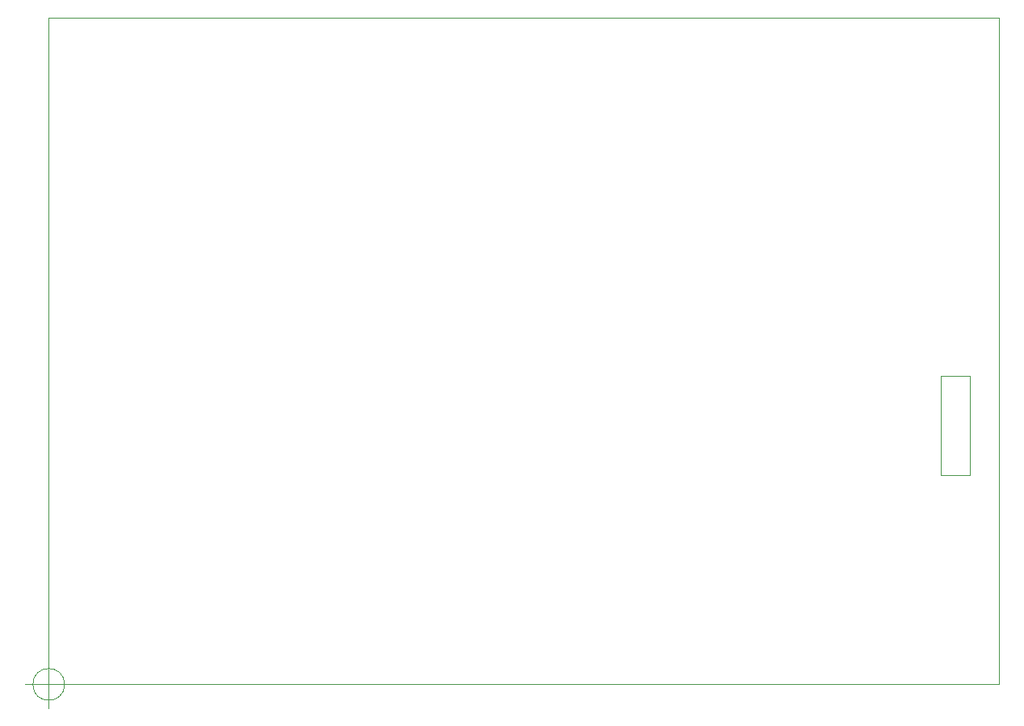
<source format=gbr>
G04 #@! TF.FileFunction,Profile,NP*
%FSLAX46Y46*%
G04 Gerber Fmt 4.6, Leading zero omitted, Abs format (unit mm)*
G04 Created by KiCad (PCBNEW 4.0.4-stable) date 12/06/17 08:33:33*
%MOMM*%
%LPD*%
G01*
G04 APERTURE LIST*
%ADD10C,0.100000*%
G04 APERTURE END LIST*
D10*
X93520000Y21930000D02*
X93520000Y32340000D01*
X96600000Y21930000D02*
X93520000Y21930000D01*
X96600000Y32340000D02*
X96600000Y21929996D01*
X93520000Y32340000D02*
X96600000Y32340000D01*
X1666666Y-10000D02*
G75*
G03X1666666Y-10000I-1666666J0D01*
G01*
X-2500000Y-10000D02*
X2500000Y-10000D01*
X0Y2490000D02*
X0Y-2510000D01*
X0Y-10000D02*
X0Y69990000D01*
X99650000Y-10000D02*
X0Y-10000D01*
X99650000Y69990000D02*
X99650000Y-10017D01*
X0Y69990000D02*
X99650000Y69990000D01*
M02*

</source>
